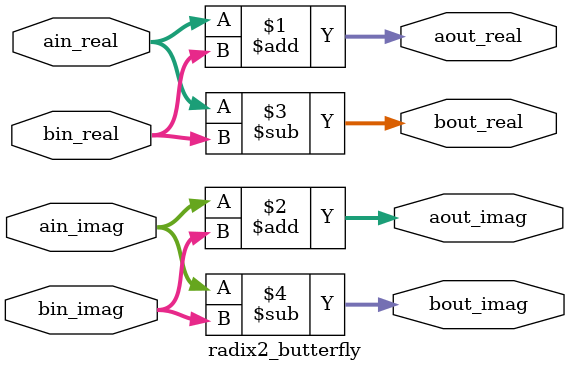
<source format=v>
module radix2_butterfly
#(
    parameter DATA_WIDTH_IN = 10,
    parameter DATA_WIDTH_OUT = DATA_WIDTH_IN + 1
)(
    input  wire signed [DATA_WIDTH_OUT-1:0]  ain_real,
    input  wire signed [DATA_WIDTH_OUT-1:0]  ain_imag,
    input  wire signed [DATA_WIDTH_IN-1:0]  bin_real,
    input  wire signed [DATA_WIDTH_IN-1:0]  bin_imag,
    output wire signed [DATA_WIDTH_OUT-1:0] aout_real,
    output wire signed [DATA_WIDTH_OUT-1:0] aout_imag,
    output wire signed [DATA_WIDTH_OUT-1:0] bout_real,
    output wire signed [DATA_WIDTH_OUT-1:0] bout_imag
);

assign aout_real = ain_real + bin_real;
assign aout_imag = ain_imag + bin_imag;

assign bout_real = ain_real - bin_real;
assign bout_imag = ain_imag - bin_imag;

endmodule

</source>
